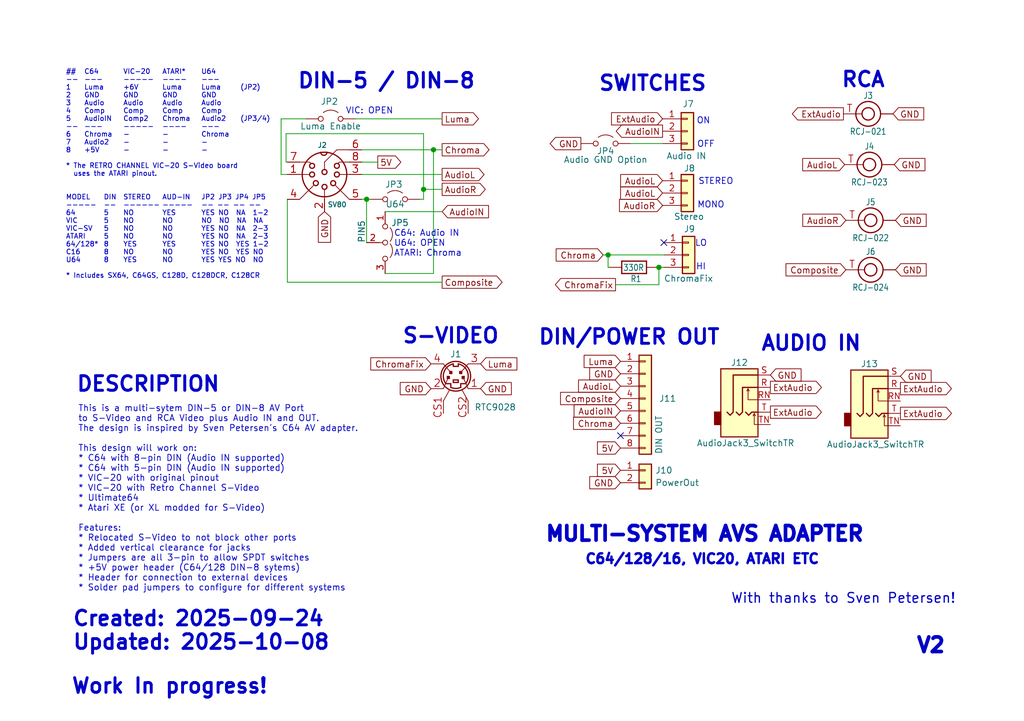
<source format=kicad_sch>
(kicad_sch (version 20250114) (generator "eeschema") (generator_version "9.0")
  (paper "A5")
  (title_block (title "Steve J. Gray") (date "2025-10-07") (rev "2"))
  (lib_symbols
    (symbol "C64_AV-Adaptor-eagle-import:RCJ-02X"
      (property "Reference" "J" (at 0 3.048 0))
      (symbol "RCJ-02X_1_0"
        (polyline (pts (xy -1.27 0) (xy -2.54 0)) (stroke (width 0.1524)))
        (circle (center 0 0) (radius 1.27) (stroke (width 0.254)))
        (circle (center 0 0) (radius 2.54) (stroke (width 0.254)))
        (pin bidirectional line (at -5.08 0 0) (length 2.54) (name "T") (number "T"))
        (pin bidirectional line (at 5.08 0 180) (length 2.54) (name "R") (number "R1"))
        (pin bidirectional line (at 5.08 0 180) (length 2.54) (name "R") (number "R2"))
      )
    )
    (symbol "C64_AV-Adaptor-eagle-import:RES04"
      (property "Reference" "R" (at -2.54 1.905 0))
      (symbol "RES04_1_0"
        (polyline (pts (xy -2.54 1.27) (xy -2.54 -1.27)) (stroke (width 0.254)))
        (polyline (pts (xy -2.54 -1.27) (xy 2.54 -1.27)) (stroke (width 0.254)))
        (polyline (pts (xy 2.54 1.27) (xy -2.54 1.27)) (stroke (width 0.254)))
        (polyline (pts (xy 2.54 -1.27) (xy 2.54 1.27)) (stroke (width 0.254)))
        (pin passive line (at -5.08 0 0) (length 2.54) (name "1") (number "1"))
        (pin passive line (at 5.08 0 180) (length 2.54) (name "2") (number "2"))
      )
    )
    (symbol "C64_AV-Adaptor-eagle-import:RTC9028"
      (property "Reference" "J" (at 0 3.81 0))
      (symbol "RTC9028_1_0"
        (polyline (pts (xy -2.54 2.54) (xy -1.016 0.762)) (stroke (width 0.1524)))
        (polyline (pts (xy -2.54 -2.54) (xy -1.524 -0.254)) (stroke (width 0.1524)))
        (polyline (pts (xy -2.54 -5.08) (xy -1.27 -2.794)) (stroke (width 0.1524)))
        (rectangle (start -1.778 -0.508) (end -1.27 0) (fill (type outline)))
        (rectangle (start -1.27 0.508) (end -0.762 1.016) (fill (type outline)))
        (polyline (pts (xy -1.016 -1.524) (xy -2.032 -1.524)) (stroke (width 0.254)))
        (polyline (pts (xy -1.016 -1.778) (xy -1.016 -1.524)) (stroke (width 0.254)))
        (polyline (pts (xy -1.016 -2.286) (xy -1.016 -1.778)) (stroke (width 0.254)))
        (polyline (pts (xy -0.508 2.032) (xy -0.508 2.54)) (stroke (width 0.254)))
        (polyline (pts (xy -0.508 2.032) (xy 0.508 2.032)) (stroke (width 0.254)))
        (polyline (pts (xy -0.508 -0.762) (xy -0.508 -1.27)) (stroke (width 0.254)))
        (polyline (pts (xy -0.508 -1.27) (xy 0.508 -1.27)) (stroke (width 0.254)))
        (arc (start 0.508 2.5399) (mid 2.3912 0.9284) (end 2.032 -1.524) (stroke (width 0.254)))
        (arc (start 1.016 -2.286) (mid 0 -2.5016) (end -1.016 -2.286) (stroke (width 0.254)))
        (circle (center 0 0) (radius 3.048) (stroke (width 0.254)))
        (arc (start -2.032 -1.524) (mid -2.3912 0.9284) (end -0.508 2.5399) (stroke (width 0.254)))
        (polyline (pts (xy 0.508 2.032) (xy 0.508 2.54)) (stroke (width 0.254)))
        (polyline (pts (xy 0.508 -0.762) (xy -0.508 -0.762)) (stroke (width 0.254)))
        (polyline (pts (xy 0.508 -1.27) (xy 0.508 -0.762)) (stroke (width 0.254)))
        (rectangle (start 0.762 0.508) (end 1.27 1.016) (fill (type outline)))
        (polyline (pts (xy 1.016 -1.524) (xy 2.032 -1.524)) (stroke (width 0.254)))
        (polyline (pts (xy 1.016 -2.286) (xy 1.016 -1.524)) (stroke (width 0.254)))
        (rectangle (start 1.27 -0.508) (end 1.778 0) (fill (type outline)))
        (polyline (pts (xy 2.54 2.54) (xy 1.016 0.762)) (stroke (width 0.1524)))
        (polyline (pts (xy 2.54 -2.54) (xy 1.524 -0.254)) (stroke (width 0.1524)))
        (polyline (pts (xy 2.54 -5.08) (xy 1.27 -2.794)) (stroke (width 0.1524)))
        (pin bidirectional line (at -5.08 2.54 0) (length 2.54) (name "4") (number "4"))
        (pin bidirectional line (at -5.08 -2.54 0) (length 2.54) (name "2") (number "2"))
        (pin bidirectional line (at -2.54 -7.62 90) (length 2.54) (name "CS1") (number "CS1"))
        (pin bidirectional line (at 2.54 -7.62 90) (length 2.54) (name "CS2") (number "CS2"))
        (pin bidirectional line (at 5.08 2.54 180) (length 2.54) (name "3") (number "3"))
        (pin bidirectional line (at 5.08 -2.54 180) (length 2.54) (name "1") (number "1"))
      )
    )
    (symbol "C64_AV-Adaptor-eagle-import:SV80"
      (property "Reference" "J" (at 2.54 -5.588 0))
      (symbol "SV80_1_0"
        (polyline (pts (xy -5.08 5.08) (xy -2.286 2.286)) (stroke (width 0.1524)))
        (polyline (pts (xy -5.08 0) (xy -3.048 0)) (stroke (width 0.1524)))
        (polyline (pts (xy -5.08 -2.54) (xy -3.048 -2.54)) (stroke (width 0.1524)))
        (polyline (pts (xy -3.048 -2.54) (xy -2.794 -2.286)) (stroke (width 0.1524)))
        (circle (center -2.54 0) (radius 0.508) (stroke (width 0.254)))
        (circle (center -2.54 -1.778) (radius 0.508) (stroke (width 0.254)))
        (polyline (pts (xy -2.54 -5.08) (xy -5.08 -5.08)) (stroke (width 0.1524)))
        (circle (center -1.778 1.778) (radius 0.508) (stroke (width 0.254)))
        (polyline (pts (xy 0 5.08) (xy 0 3.048)) (stroke (width 0.1524)))
        (circle (center 0 2.54) (radius 0.508) (stroke (width 0.254)))
        (circle (center 0 0) (radius 4.572) (stroke (width 0.254)))
        (circle (center 0 -0.508) (radius 0.508) (stroke (width 0.254)))
        (polyline (pts (xy 0 -2.54) (xy -2.54 -5.08)) (stroke (width 0.1524)))
        (polyline (pts (xy 0 -2.54) (xy 0 -1.016)) (stroke (width 0.1524)))
        (arc (start -0.508 -4.572) (mid 0.127 -3.937) (end 0.762 -4.572) (stroke (width 0.254)))
        (circle (center 1.778 1.778) (radius 0.508) (stroke (width 0.254)))
        (polyline (pts (xy 2.286 2.286) (xy 5.08 5.08)) (stroke (width 0.1524)))
        (circle (center 2.54 0) (radius 0.508) (stroke (width 0.254)))
        (circle (center 2.54 -1.778) (radius 0.508) (stroke (width 0.254)))
        (polyline (pts (xy 3.048 -2.54) (xy 2.794 -2.286)) (stroke (width 0.1524)))
        (polyline (pts (xy 5.08 0) (xy 3.048 0)) (stroke (width 0.1524)))
        (polyline (pts (xy 5.08 -2.54) (xy 3.048 -2.54)) (stroke (width 0.1524)))
        (pin bidirectional line (at -7.62 5.08 0) (length 2.54) (name "5") (number "5"))
        (pin bidirectional line (at -7.62 0 0) (length 2.54) (name "3") (number "3"))
        (pin bidirectional line (at -7.62 -2.54 0) (length 2.54) (name "8") (number "8"))
        (pin bidirectional line (at -7.62 -5.08 0) (length 2.54) (name "6") (number "6"))
        (pin bidirectional line (at 0 7.62 270) (length 2.54) (name "2") (number "2"))
        (pin bidirectional line (at 7.62 5.08 180) (length 2.54) (name "4") (number "4"))
        (pin bidirectional line (at 7.62 0 180) (length 2.54) (name "1") (number "1"))
        (pin bidirectional line (at 7.62 -2.54 180) (length 2.54) (name "7") (number "7"))
      )
    )
    (symbol "Connector_Audio:AudioJack3_SwitchTR"
      (property "Reference" "J" (at 0 8.89 0))
      (property "Value" "AudioJack3_SwitchTR" (at 0 6.35 0))
      (symbol "AudioJack3_SwitchTR_0_1"
        (rectangle (start -5.08 -5.08) (end -6.35 -7.62) (stroke (width 0.254)) (fill (type outline)))
        (polyline (pts (xy -1.905 -5.08) (xy -1.27 -5.715) (xy -0.635 -5.08) (xy -0.635 0) (xy 2.54 0)) (stroke (width 0.254)))
        (polyline (pts (xy 0 -5.08) (xy 0.635 -5.715) (xy 1.27 -5.08) (xy 2.54 -5.08)) (stroke (width 0.254)))
        (polyline (pts (xy 0.508 -0.254) (xy 0.762 -0.762)))
        (polyline (pts (xy 1.778 -5.334) (xy 2.032 -5.842)))
        (rectangle (start 2.54 3.81) (end -5.08 -10.16) (stroke (width 0.254)) (fill (type background)))
        (polyline (pts (xy 2.54 2.54) (xy -2.54 2.54) (xy -2.54 -5.08) (xy -3.175 -5.715) (xy -3.81 -5.08)) (stroke (width 0.254)))
        (polyline (pts (xy 2.54 -2.54) (xy 0.508 -2.54) (xy 0.508 -0.254) (xy 0.254 -0.762)))
        (polyline (pts (xy 2.54 -7.62) (xy 1.778 -7.62) (xy 1.778 -5.334) (xy 1.524 -5.842)))
      )
      (symbol "AudioJack3_SwitchTR_1_1"
        (pin passive line (at 5.08 2.54 180) (length 2.54) (name "~") (number "S"))
        (pin passive line (at 5.08 0 180) (length 2.54) (name "~") (number "R"))
        (pin passive line (at 5.08 -2.54 180) (length 2.54) (name "~") (number "RN"))
        (pin passive line (at 5.08 -5.08 180) (length 2.54) (name "~") (number "T"))
        (pin passive line (at 5.08 -7.62 180) (length 2.54) (name "~") (number "TN"))
      )
    )
    (symbol "Connector_Generic:Conn_01x02" (pin_names (offset 1.016) (hide yes))
      (property "Reference" "J" (at 0 2.54 0))
      (property "Value" "Conn_01x02" (at 0 -5.08 0))
      (symbol "Conn_01x02_1_1"
        (rectangle (start -1.27 1.27) (end 1.27 -3.81) (stroke (width 0.254)) (fill (type background)))
        (rectangle (start -1.27 0.127) (end 0 -0.127) (stroke (width 0.1524)))
        (rectangle (start -1.27 -2.413) (end 0 -2.667) (stroke (width 0.1524)))
        (pin passive line (at -5.08 0 0) (length 3.81) (name "Pin_1") (number "1"))
        (pin passive line (at -5.08 -2.54 0) (length 3.81) (name "Pin_2") (number "2"))
      )
    )
    (symbol "Connector_Generic:Conn_01x03" (pin_names (offset 1.016) (hide yes))
      (property "Reference" "J" (at 0 5.08 0))
      (property "Value" "Conn_01x03" (at 0 -5.08 0))
      (symbol "Conn_01x03_1_1"
        (rectangle (start -1.27 3.81) (end 1.27 -3.81) (stroke (width 0.254)) (fill (type background)))
        (rectangle (start -1.27 2.667) (end 0 2.413) (stroke (width 0.1524)))
        (rectangle (start -1.27 0.127) (end 0 -0.127) (stroke (width 0.1524)))
        (rectangle (start -1.27 -2.413) (end 0 -2.667) (stroke (width 0.1524)))
        (pin passive line (at -5.08 2.54 0) (length 3.81) (name "Pin_1") (number "1"))
        (pin passive line (at -5.08 0 0) (length 3.81) (name "Pin_2") (number "2"))
        (pin passive line (at -5.08 -2.54 0) (length 3.81) (name "Pin_3") (number "3"))
      )
    )
    (symbol "Connector_Generic:Conn_01x08" (pin_names (offset 1.016) (hide yes))
      (property "Reference" "J" (at 0 10.16 0))
      (property "Value" "Conn_01x08" (at 0 -12.7 0))
      (symbol "Conn_01x08_1_1"
        (rectangle (start -1.27 8.89) (end 1.27 -11.43) (stroke (width 0.254)) (fill (type background)))
        (rectangle (start -1.27 7.747) (end 0 7.493) (stroke (width 0.1524)))
        (rectangle (start -1.27 5.207) (end 0 4.953) (stroke (width 0.1524)))
        (rectangle (start -1.27 2.667) (end 0 2.413) (stroke (width 0.1524)))
        (rectangle (start -1.27 0.127) (end 0 -0.127) (stroke (width 0.1524)))
        (rectangle (start -1.27 -2.413) (end 0 -2.667) (stroke (width 0.1524)))
        (rectangle (start -1.27 -4.953) (end 0 -5.207) (stroke (width 0.1524)))
        (rectangle (start -1.27 -7.493) (end 0 -7.747) (stroke (width 0.1524)))
        (rectangle (start -1.27 -10.033) (end 0 -10.287) (stroke (width 0.1524)))
        (pin passive line (at -5.08 7.62 0) (length 3.81) (name "Pin_1") (number "1"))
        (pin passive line (at -5.08 5.08 0) (length 3.81) (name "Pin_2") (number "2"))
        (pin passive line (at -5.08 2.54 0) (length 3.81) (name "Pin_3") (number "3"))
        (pin passive line (at -5.08 0 0) (length 3.81) (name "Pin_4") (number "4"))
        (pin passive line (at -5.08 -2.54 0) (length 3.81) (name "Pin_5") (number "5"))
        (pin passive line (at -5.08 -5.08 0) (length 3.81) (name "Pin_6") (number "6"))
        (pin passive line (at -5.08 -7.62 0) (length 3.81) (name "Pin_7") (number "7"))
        (pin passive line (at -5.08 -10.16 0) (length 3.81) (name "Pin_8") (number "8"))
      )
    )
    (symbol "Jumper:Jumper_2_Open" (pin_numbers (hide yes)) (pin_names (offset 0) (hide yes))
      (property "Reference" "JP" (at 0 2.794 0))
      (property "Value" "Jumper_2_Open" (at 0 -2.286 0))
      (symbol "Jumper_2_Open_0_0"
        (circle (center -2.032 0) (radius 0.508))
        (circle (center 2.032 0) (radius 0.508))
      )
      (symbol "Jumper_2_Open_0_1"
        (arc (start -1.524 1.27) (mid 0 1.778) (end 1.524 1.27))
      )
      (symbol "Jumper_2_Open_1_1"
        (pin passive line (at -5.08 0 0) (length 2.54) (name "A") (number "1"))
        (pin passive line (at 5.08 0 180) (length 2.54) (name "B") (number "2"))
      )
    )
    (symbol "Jumper:Jumper_3_Open" (pin_names (offset 0) (hide yes)) (in_bom no)
      (property "Reference" "JP" (at -2.54 -2.54 0))
      (property "Value" "Jumper_3_Open" (at 0 2.794 0))
      (symbol "Jumper_3_Open_0_0"
        (circle (center -3.302 0) (radius 0.508))
        (circle (center 0 0) (radius 0.508))
        (circle (center 3.302 0) (radius 0.508))
      )
      (symbol "Jumper_3_Open_0_1"
        (arc (start -3.048 1.016) (mid -1.651 1.4992) (end -0.254 1.016))
        (polyline (pts (xy 0 -0.508) (xy 0 -1.27)))
        (arc (start 0.254 1.016) (mid 1.651 1.4992) (end 3.048 1.016))
      )
      (symbol "Jumper_3_Open_1_1"
        (pin passive line (at -6.35 0 0) (length 2.54) (name "A") (number "1"))
        (pin passive line (at 0 -3.81 90) (length 2.54) (name "C") (number "2"))
        (pin passive line (at 6.35 0 180) (length 2.54) (name "B") (number "3"))
      )
    )
  )
  (text "HI" (at 143.764 54.864 0) (effects (font (size 1.27 1.27))))
  (text "VIC: OPEN" (at 70.866 22.86 0) (effects (font (size 1.27 1.27)) (justify left)))
  (text "Work In progress!" (at 14.478 140.97 0) (effects (font (size 3 3) (thickness 0.6) (bold yes)) (justify left)))
  (text "MULTI-SYSTEM AVS ADAPTER" (at 144.526 111.506 0) (effects (font (size 3 3) (thickness 0.8) (bold yes)) (justify bottom)))
  (text "This is a multi-sytem DIN-5 or DIN-8 AV Port\nto S-Video and RCA Video plus Audio IN and OUT.\nThe design is inspired by Sven Petersen's C64 AV adapter.\n\nThis design will work on:\n* C64 with 8-pin DIN (Audio IN supported)\n* C64 with 5-pin DIN (Audio IN supported)\n* VIC-20 with original pinout\n* VIC-20 with Retro Channel S-Video\n* Ultimate64\n* Atari XE (or XL modded for S-Video)\n\nFeatures:\n* Relocated S-Video to not block other ports\n* Added vertical clearance for jacks\n* Jumpers are all 3-pin to allow SPDT switches\n* +5V power header (C64/128 DIN-8 sytems)\n* Header for connection to external devices\n* Solder pad jumpers to configure for different systems" (at 16.002 102.362 0) (effects (font (size 1.27 1.27)) (justify left)))
  (text "MONO" (at 145.796 42.164 0) (effects (font (size 1.27 1.27))))
  (text "ON" (at 144.272 24.892 0) (effects (font (size 1.27 1.27))))
  (text "OFF\n" (at 144.78 29.718 0) (effects (font (size 1.27 1.27))))
  (text "C64/128/16, VIC20, ATARI ETC" (at 144.018 116.078 0) (effects (font (size 2 2) (thickness 0.8) (bold yes)) (justify bottom)))
  (text "V2" (at 187.706 134.366 0) (effects (font (size 3 3) (thickness 0.8) (bold yes)) (justify left bottom)))
  (text "DIN/POWER OUT" (at 129.032 69.342 0) (effects (font (size 3 3) (thickness 0.6) (bold yes))))
  (text "RCA" (at 177.038 16.51 0) (effects (font (size 3 3) (thickness 0.6) (bold yes))))
  (text "SWITCHES" (at 133.858 17.272 0) (effects (font (size 3 3) (thickness 0.6) (bold yes))))
  (text "DIN-5 / DIN-8" (at 79.248 16.764 0) (effects (font (size 3 3) (thickness 0.6) (bold yes))))
  (text "Created: 2025-09-24\nUpdated: 2025-10-08" (at 14.732 129.54 0) (effects (font (size 3 3) (thickness 0.6) (bold yes)) (justify left)))
  (text "STEREO" (at 146.812 37.338 0) (effects (font (size 1.27 1.27))))
  (text "AUDIO IN" (at 166.37 70.612 0) (effects (font (size 3 3) (thickness 0.6) (bold yes))))
  (text "LO" (at 143.764 50.038 0) (effects (font (size 1.27 1.27))))
  (text "C64: Audio IN\nU64: OPEN\nATARI: Chroma" (at 80.772 50.038 0) (effects (font (size 1.27 1.27)) (justify left)))
  (text "##	C64		VIC-20	ATARI*	U64\n--	---		-----	----	---\n1	Luma	+6V		Luma	Luma	(JP2)\n2	GND		GND		GND		GND\n3	Audio	Audio	Audio	Audio\n4	Comp	Comp	Comp	Comp\n5	AudioIN	Comp2	Chroma	Audio2	(JP3/4)\n--	---		-----	----	---\n6	Chroma	-		-		Chroma\n7	Audio2	-		-		-\n8	+5V		-		-		-\n\n* The RETRO CHANNEL VIC-20 S-Video board\n  uses the ATARI pinout.\n\n\nMODEL	DIN	STEREO	AUD-IN	JP2 JP3 JP4 JP5\n-----	--	------	-----	-- -- -- --\n64		5	NO		YES		YES NO  NA  1-2\nVIC		5	NO		NO		NO  NO  NA  NA\nVIC-SV	5	NO		NO		YES NO  NA  2-3\nATARI	5	NO		NO		YES NO  NA  2-3\n64/128*	8	YES		YES		YES NO  YES 1-2\nC16		8	NO		NO		YES NO  YES NO\nU64		8	YES		NO		YES YES NO  NO\n\n* Includes SX64, C64GS, C128D, C128DCR, C128CR" (at 13.462 35.814 0) (effects (font (size 1 1)) (justify left)))
  (text "With thanks to Sven Petersen!" (at 149.86 122.936 0) (effects (font (size 2 2) (thickness 0.25)) (justify left)))
  (text "DESCRIPTION" (at 15.494 78.994 0) (effects (font (size 3 3) (thickness 0.6) (bold yes)) (justify left)))
  (text "S-VIDEO" (at 92.456 69.088 0) (effects (font (size 3 3) (thickness 0.6) (bold yes))))
  (junction (at 86.868 38.862))
  (junction (at 135.128 54.864))
  (junction (at 88.9 30.734))
  (junction (at 75.184 40.894))
  (junction (at 124.714 52.324))
  (no_connect (at 136.144 49.784))
  (no_connect (at 127.254 89.408))
  (wire (pts (xy 57.658 35.814) (xy 58.928 35.814)))
  (wire (pts (xy 129.286 29.464) (xy 135.89 29.464)))
  (wire (pts (xy 74.168 40.894) (xy 75.184 40.894)))
  (wire (pts (xy 90.678 35.814) (xy 74.168 35.814)))
  (wire (pts (xy 135.128 54.864) (xy 135.128 58.42)))
  (wire (pts (xy 75.184 40.894) (xy 75.184 49.784)))
  (wire (pts (xy 58.674 27.432) (xy 86.868 27.432)))
  (wire (pts (xy 57.658 24.384) (xy 57.658 35.814)))
  (wire (pts (xy 88.9 30.734) (xy 74.168 30.734)))
  (wire (pts (xy 124.714 52.324) (xy 136.144 52.324)))
  (wire (pts (xy 90.678 30.734) (xy 88.9 30.734)))
  (wire (pts (xy 90.678 57.912) (xy 58.928 57.912)))
  (wire (pts (xy 88.9 30.734) (xy 88.9 56.134)))
  (wire (pts (xy 75.184 40.894) (xy 75.946 40.894)))
  (wire (pts (xy 135.128 54.864) (xy 136.144 54.864)))
  (wire (pts (xy 86.868 38.862) (xy 86.868 27.432)))
  (wire (pts (xy 74.168 33.274) (xy 77.47 33.274)))
  (wire (pts (xy 86.868 40.894) (xy 86.868 38.862)))
  (wire (pts (xy 86.868 38.862) (xy 90.678 38.862)))
  (wire (pts (xy 86.868 40.894) (xy 86.106 40.894)))
  (wire (pts (xy 58.674 33.274) (xy 58.928 33.274)))
  (wire (pts (xy 62.738 24.384) (xy 57.658 24.384)))
  (wire (pts (xy 78.994 56.134) (xy 88.9 56.134)))
  (wire (pts (xy 78.994 43.434) (xy 90.678 43.434)))
  (wire (pts (xy 58.674 27.432) (xy 58.674 33.274)))
  (wire (pts (xy 124.714 52.324) (xy 124.714 54.864)))
  (wire (pts (xy 58.928 57.912) (xy 58.928 40.894)))
  (wire (pts (xy 124.714 54.864) (xy 124.968 54.864)))
  (wire (pts (xy 123.698 52.324) (xy 124.714 52.324)))
  (wire (pts (xy 126.238 58.42) (xy 135.128 58.42)))
  (wire (pts (xy 72.898 24.384) (xy 90.678 24.384)))
  (global_label "AudioL" (shape input) (at 127.254 79.248 180) (property "Intersheetrefs" "${INTERSHEET_REFS}" (effects (hide yes))))
  (global_label "GND" (shape input) (at 127.254 99.06 180) (property "Intersheetrefs" "${INTERSHEET_REFS}" (effects (hide yes))))
  (global_label "GND" (shape input) (at 88.392 79.756 180) (property "Intersheetrefs" "${INTERSHEET_REFS}" (effects (hide yes))))
  (global_label "GND" (shape input) (at 66.548 43.434 270) (property "Intersheetrefs" "${INTERSHEET_REFS}" (effects (hide yes))))
  (global_label "GND" (shape input) (at 184.658 77.216 0) (property "Intersheetrefs" "${INTERSHEET_REFS}" (effects (hide yes))))
  (global_label "AudioL" (shape input) (at 135.89 37.084 180) (property "Intersheetrefs" "${INTERSHEET_REFS}" (effects (hide yes))))
  (global_label "AudioR" (shape input) (at 173.482 45.212 180) (property "Intersheetrefs" "${INTERSHEET_REFS}" (effects (hide yes))))
  (global_label "GND" (shape input) (at 98.552 79.756 0) (property "Intersheetrefs" "${INTERSHEET_REFS}" (effects (hide yes))))
  (global_label "Composite" (shape input) (at 127.254 81.788 180) (property "Intersheetrefs" "${INTERSHEET_REFS}" (effects (hide yes))))
  (global_label "GND" (shape input) (at 183.642 45.212 0) (property "Intersheetrefs" "${INTERSHEET_REFS}" (effects (hide yes))))
  (global_label "5V" (shape input) (at 127.254 96.52 180) (property "Intersheetrefs" "${INTERSHEET_REFS}" (effects (hide yes))))
  (global_label "GND" (shape input) (at 183.642 55.372 0) (property "Intersheetrefs" "${INTERSHEET_REFS}" (effects (hide yes))))
  (global_label "GND" (shape input) (at 157.988 76.962 0) (property "Intersheetrefs" "${INTERSHEET_REFS}" (effects (hide yes))))
  (global_label "ExtAudio" (shape output) (at 157.988 84.582 0) (property "Intersheetrefs" "${INTERSHEET_REFS}" (effects (hide yes))))
  (global_label "AudioL" (shape input) (at 135.89 39.624 180) (property "Intersheetrefs" "${INTERSHEET_REFS}" (effects (hide yes))))
  (global_label "ChromaFix" (shape output) (at 126.238 58.42 180) (property "Intersheetrefs" "${INTERSHEET_REFS}" (effects (hide yes))))
  (global_label "AudioIN" (shape input) (at 90.678 43.434 0) (property "Intersheetrefs" "${INTERSHEET_REFS}" (effects (hide yes))))
  (global_label "Composite" (shape output) (at 90.678 57.912 0) (property "Intersheetrefs" "${INTERSHEET_REFS}" (effects (hide yes))))
  (global_label "GND" (shape input) (at 183.134 23.368 0) (property "Intersheetrefs" "${INTERSHEET_REFS}" (effects (hide yes))))
  (global_label "ChromaFix" (shape input) (at 88.392 74.676 180) (property "Intersheetrefs" "${INTERSHEET_REFS}" (effects (hide yes))))
  (global_label "Chroma" (shape input) (at 127.254 86.868 180) (property "Intersheetrefs" "${INTERSHEET_REFS}" (effects (hide yes))))
  (global_label "5V" (shape input) (at 127.254 91.948 180) (property "Intersheetrefs" "${INTERSHEET_REFS}" (effects (hide yes))))
  (global_label "Chroma" (shape output) (at 90.678 30.734 0) (property "Intersheetrefs" "${INTERSHEET_REFS}" (effects (hide yes))))
  (global_label "GND" (shape output) (at 119.126 29.464 180) (property "Intersheetrefs" "${INTERSHEET_REFS}" (effects (hide yes))))
  (global_label "Luma" (shape input) (at 98.552 74.676 0) (property "Intersheetrefs" "${INTERSHEET_REFS}" (effects (hide yes))))
  (global_label "ExtAudio" (shape input) (at 135.89 24.384 180) (property "Intersheetrefs" "${INTERSHEET_REFS}" (effects (hide yes))))
  (global_label "Luma" (shape output) (at 90.678 24.384 0) (property "Intersheetrefs" "${INTERSHEET_REFS}" (effects (hide yes))))
  (global_label "5V" (shape output) (at 77.47 33.274 0) (property "Intersheetrefs" "${INTERSHEET_REFS}" (effects (hide yes))))
  (global_label "ExtAudio" (shape output) (at 157.988 79.502 0) (property "Intersheetrefs" "${INTERSHEET_REFS}" (effects (hide yes))))
  (global_label "Luma" (shape input) (at 127.254 74.168 180) (property "Intersheetrefs" "${INTERSHEET_REFS}" (effects (hide yes))))
  (global_label "AudioR" (shape input) (at 135.89 42.164 180) (property "Intersheetrefs" "${INTERSHEET_REFS}" (effects (hide yes))))
  (global_label "AudioL" (shape input) (at 173.228 33.782 180) (property "Intersheetrefs" "${INTERSHEET_REFS}" (effects (hide yes))))
  (global_label "GND" (shape input) (at 127.254 76.708 180) (property "Intersheetrefs" "${INTERSHEET_REFS}" (effects (hide yes))))
  (global_label "AudioR" (shape output) (at 90.678 38.862 0) (property "Intersheetrefs" "${INTERSHEET_REFS}" (effects (hide yes))))
  (global_label "Chroma" (shape input) (at 123.698 52.324 180) (property "Intersheetrefs" "${INTERSHEET_REFS}" (effects (hide yes))))
  (global_label "ExtAudio" (shape output) (at 172.974 23.368 180) (property "Intersheetrefs" "${INTERSHEET_REFS}" (effects (hide yes))))
  (global_label "AudioIN" (shape input) (at 127.254 84.328 180) (property "Intersheetrefs" "${INTERSHEET_REFS}" (effects (hide yes))))
  (global_label "AudioL" (shape output) (at 90.678 35.814 0) (property "Intersheetrefs" "${INTERSHEET_REFS}" (effects (hide yes))))
  (global_label "Composite" (shape input) (at 173.482 55.372 180) (property "Intersheetrefs" "${INTERSHEET_REFS}" (effects (hide yes))))
  (global_label "GND" (shape input) (at 183.388 33.782 0) (property "Intersheetrefs" "${INTERSHEET_REFS}" (effects (hide yes))))
  (global_label "AudioIN" (shape output) (at 135.89 26.924 180) (property "Intersheetrefs" "${INTERSHEET_REFS}" (effects (hide yes))))
  (global_label "ExtAudio" (shape output) (at 184.658 79.756 0) (property "Intersheetrefs" "${INTERSHEET_REFS}" (effects (hide yes))))
  (global_label "ExtAudio" (shape output) (at 184.658 84.836 0) (property "Intersheetrefs" "${INTERSHEET_REFS}" (effects (hide yes))))
  (symbol (lib_id "Jumper:Jumper_3_Open") (at 78.994 49.784 270) (unit 1) (in_bom no)
    (property "Reference" "JP5" (at 82.042 45.72 90))
    (property "Value" "PIN5" (at 74.168 47.498 0))
    (property "Footprint" "Jumper:SolderJumper-3_P1.3mm_Open_RoundedPad1.0x1.5mm" (effects (hide yes)))
    (property "Description" "Jumper, 3-pole, both open" (effects (hide yes)))
  )
  (symbol (lib_id "Connector_Audio:AudioJack3_SwitchTR") (at 179.578 79.756 0) (unit 1)
    (property "Reference" "J13" (at 178.308 74.676 0))
    (property "Value" "AudioJack3_SwitchTR" (at 179.578 91.186 0))
    (property "Footprint" "PJ-358:Jack_3.5mm_CUI_PJ-358_vertical" (effects (hide yes)))
    (property "Description" "Audio Jack, 3 Poles (Stereo / TRS), Switched TR Poles (Normalling)" (effects (hide yes)))
  )
  (symbol (lib_id "C64_AV-Adaptor-eagle-import:RTC9028") (at 93.472 77.216 0) (unit 1)
    (property "Reference" "J1" (at 93.472 73.406 0) (effects (justify bottom)))
    (property "Value" "RTC9028" (at 97.282 83.566 0) (effects (justify left)))
    (property "Footprint" "C64_AV-Adaptor:MINIDIN4_V" (effects (hide yes)))
  )
  (symbol (lib_id "Connector_Generic:Conn_01x03") (at 140.97 39.624 0) (unit 1)
    (property "Reference" "J8" (at 140.208 34.544 0) (effects (justify left)))
    (property "Value" "Stereo" (at 138.176 44.45 0) (effects (justify left)))
    (property "Footprint" "Connector_PinHeader_2.54mm:PinHeader_1x03_P2.54mm_Vertical" (effects (hide yes)))
    (property "Description" "Generic connector, single row, 01x03, script generated (kicad-library-utils/schlib/autogen/connector/)" (effects (hide yes)))
  )
  (symbol (lib_id "C64_AV-Adaptor-eagle-import:RCJ-02X") (at 178.562 45.212 0) (unit 1)
    (property "Reference" "J5" (at 178.562 42.164 0) (effects (font (size 1.27 1.0795)) (justify bottom)))
    (property "Value" "RCJ-022" (at 178.562 49.53 0) (effects (font (size 1.27 1.0795)) (justify bottom)))
    (property "Footprint" "C64_AV-Adaptor:RCJ-02X" (effects (hide yes)))
  )
  (symbol (lib_id "C64_AV-Adaptor-eagle-import:SV80") (at 66.548 35.814 180) (unit 1)
    (property "Reference" "J2" (at 67.056 29.21 0) (effects (font (size 1.016 1.016)) (justify left bottom)))
    (property "Value" "SV80" (at 71.12 41.402 0) (effects (font (size 1.016 1.016)) (justify left bottom)))
    (property "Footprint" "C64_AV-Adaptor:SV80_INNER" (effects (hide yes)))
  )
  (symbol (lib_id "C64_AV-Adaptor-eagle-import:RCJ-02X") (at 178.054 23.368 0) (unit 1)
    (property "Reference" "J3" (at 178.054 20.32 0) (effects (font (size 1.27 1.0795)) (justify bottom)))
    (property "Value" "RCJ-021" (at 178.054 27.686 0) (effects (font (size 1.27 1.0795)) (justify bottom)))
    (property "Footprint" "C64_AV-Adaptor:RCJ-02X" (effects (hide yes)))
  )
  (symbol (lib_id "Connector_Audio:AudioJack3_SwitchTR") (at 152.908 79.502 0) (unit 1)
    (property "Reference" "J12" (at 151.638 74.422 0))
    (property "Value" "AudioJack3_SwitchTR" (at 152.908 90.932 0))
    (property "Footprint" "PJ-358:Jack_3.5mm_CUI_PJ-358_vertical" (effects (hide yes)))
    (property "Description" "Audio Jack, 3 Poles (Stereo / TRS), Switched TR Poles (Normalling)" (effects (hide yes)))
  )
  (symbol (lib_id "Connector_Generic:Conn_01x03") (at 141.224 52.324 0) (unit 1)
    (property "Reference" "J9" (at 140.208 46.99 0) (effects (justify left)))
    (property "Value" "ChromaFix" (at 136.144 57.15 0) (effects (justify left)))
    (property "Footprint" "Connector_PinHeader_2.54mm:PinHeader_1x03_P2.54mm_Vertical" (effects (hide yes)))
    (property "Description" "Generic connector, single row, 01x03, script generated (kicad-library-utils/schlib/autogen/connector/)" (effects (hide yes)))
  )
  (symbol (lib_id "Connector_Generic:Conn_01x02") (at 132.334 96.52 0) (unit 1)
    (property "Reference" "J10" (at 134.366 96.5199 0) (effects (justify left)))
    (property "Value" "PowerOut" (at 134.366 99.0599 0) (effects (justify left)))
    (property "Footprint" "Connector_PinHeader_2.54mm:PinHeader_1x02_P2.54mm_Vertical" (effects (hide yes)))
    (property "Description" "Generic connector, single row, 01x02, script generated (kicad-library-utils/schlib/autogen/connector/)" (effects (hide yes)))
  )
  (symbol (lib_id "Jumper:Jumper_2_Open") (at 124.206 29.464 0) (mirror y) (unit 1)
    (property "Reference" "JP4" (at 124.206 30.988 0))
    (property "Value" "Audio GND Option" (at 124.206 32.766 0))
    (property "Footprint" "Jumper:SolderJumper-2_P1.3mm_Open_RoundedPad1.0x1.5mm" (effects (hide yes)))
    (property "Description" "Jumper, 2-pole, open" (effects (hide yes)))
  )
  (symbol (lib_id "C64_AV-Adaptor-eagle-import:RES04") (at 130.048 54.864 0) (unit 1)
    (property "Reference" "R1" (at 129.286 57.912 0) (effects (font (size 1.27 1.0795)) (justify left bottom)))
    (property "Value" "330R" (at 127.762 55.626 0) (effects (font (size 1.27 1.0795)) (justify left bottom)))
    (property "Footprint" "C64_AV-Adaptor:R-10" (effects (hide yes)))
  )
  (symbol (lib_id "Connector_Generic:Conn_01x08") (at 132.334 81.788 0) (unit 1)
    (property "Reference" "J11" (at 135.128 81.7879 0) (effects (justify left)))
    (property "Value" "DIN OUT" (at 135.128 93.218 90) (effects (justify left)))
    (property "Footprint" "Connector_PinHeader_2.00mm:PinHeader_1x08_P2.00mm_Vertical" (effects (hide yes)))
    (property "Description" "Generic connector, single row, 01x08, script generated (kicad-library-utils/schlib/autogen/connector/)" (effects (hide yes)))
  )
  (symbol (lib_id "Connector_Generic:Conn_01x03") (at 140.97 26.924 0) (unit 1)
    (property "Reference" "J7" (at 139.954 21.336 0) (effects (justify left)))
    (property "Value" "Audio IN" (at 136.652 32.004 0) (effects (justify left)))
    (property "Footprint" "Connector_PinHeader_2.54mm:PinHeader_1x03_P2.54mm_Vertical" (effects (hide yes)))
    (property "Description" "Generic connector, single row, 01x03, script generated (kicad-library-utils/schlib/autogen/connector/)" (effects (hide yes)))
  )
  (symbol (lib_id "C64_AV-Adaptor-eagle-import:RCJ-02X") (at 178.308 33.782 0) (unit 1)
    (property "Reference" "J4" (at 178.308 30.734 0) (effects (font (size 1.27 1.0795)) (justify bottom)))
    (property "Value" "RCJ-023" (at 178.308 38.1 0) (effects (font (size 1.27 1.0795)) (justify bottom)))
    (property "Footprint" "C64_AV-Adaptor:RCJ-02X" (effects (hide yes)))
  )
  (symbol (lib_id "Jumper:Jumper_2_Open") (at 67.818 24.384 0) (mirror y) (unit 1)
    (property "Reference" "JP2" (at 67.564 20.828 0))
    (property "Value" "Luma Enable" (at 67.818 25.908 0))
    (property "Footprint" "Jumper:SolderJumper-2_P1.3mm_Open_RoundedPad1.0x1.5mm" (effects (hide yes)))
    (property "Description" "Jumper, 2-pole, open" (effects (hide yes)))
  )
  (symbol (lib_id "Jumper:Jumper_2_Open") (at 81.026 40.894 0) (mirror y) (unit 1)
    (property "Reference" "JP3" (at 80.772 37.846 0))
    (property "Value" "U64" (at 81.026 41.91 0))
    (property "Footprint" "Jumper:SolderJumper-2_P1.3mm_Open_RoundedPad1.0x1.5mm" (effects (hide yes)))
    (property "Description" "Jumper, 2-pole, open" (effects (hide yes)))
  )
  (symbol (lib_id "C64_AV-Adaptor-eagle-import:RCJ-02X") (at 178.562 55.372 0) (unit 1)
    (property "Reference" "J6" (at 178.562 52.324 0) (effects (font (size 1.27 1.0795)) (justify bottom)))
    (property "Value" "RCJ-024" (at 178.562 59.69 0) (effects (font (size 1.27 1.0795)) (justify bottom)))
    (property "Footprint" "C64_AV-Adaptor:RCJ-02X" (effects (hide yes)))
  )
)
</source>
